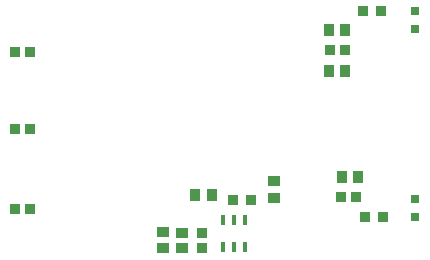
<source format=gbp>
G04*
G04 #@! TF.GenerationSoftware,Altium Limited,Altium Designer,22.9.1 (49)*
G04*
G04 Layer_Color=128*
%FSLAX44Y44*%
%MOMM*%
G71*
G04*
G04 #@! TF.SameCoordinates,C8543A43-BB23-4CB5-9DBE-1C6E9BA76EC2*
G04*
G04*
G04 #@! TF.FilePolarity,Positive*
G04*
G01*
G75*
%ADD21R,1.0000X0.9000*%
%ADD23R,0.9000X1.0000*%
%ADD27R,0.8000X0.8000*%
%ADD29R,0.9000X1.0500*%
%ADD54R,0.8500X0.8500*%
%ADD65R,0.8552X0.8121*%
%ADD66R,0.8121X0.8552*%
%ADD67R,0.3500X0.8500*%
%ADD68R,1.0500X0.9000*%
D21*
X175000Y117000D02*
D03*
Y130500D02*
D03*
X158500Y117750D02*
D03*
Y131250D02*
D03*
D23*
X299250Y267500D02*
D03*
X312750D02*
D03*
X310000Y177750D02*
D03*
X323500D02*
D03*
X299000Y302250D02*
D03*
X312500D02*
D03*
D27*
X371750Y303250D02*
D03*
Y318250D02*
D03*
X372500Y143500D02*
D03*
Y158500D02*
D03*
D29*
X200250Y162000D02*
D03*
X186250D02*
D03*
D54*
X345000Y143250D02*
D03*
X329500D02*
D03*
X217750Y158250D02*
D03*
X233250D02*
D03*
X328250Y317750D02*
D03*
X343750D02*
D03*
D65*
X322005Y160500D02*
D03*
X309495D02*
D03*
X33740Y283000D02*
D03*
X46250D02*
D03*
X33740Y218250D02*
D03*
X46250D02*
D03*
X33740Y150500D02*
D03*
X46250D02*
D03*
X312760Y285250D02*
D03*
X300250D02*
D03*
D66*
X191500Y130005D02*
D03*
Y117495D02*
D03*
D67*
X228500Y141000D02*
D03*
X219000D02*
D03*
X209500D02*
D03*
Y118500D02*
D03*
X219000D02*
D03*
X228500D02*
D03*
D68*
X252500Y174000D02*
D03*
Y160000D02*
D03*
M02*

</source>
